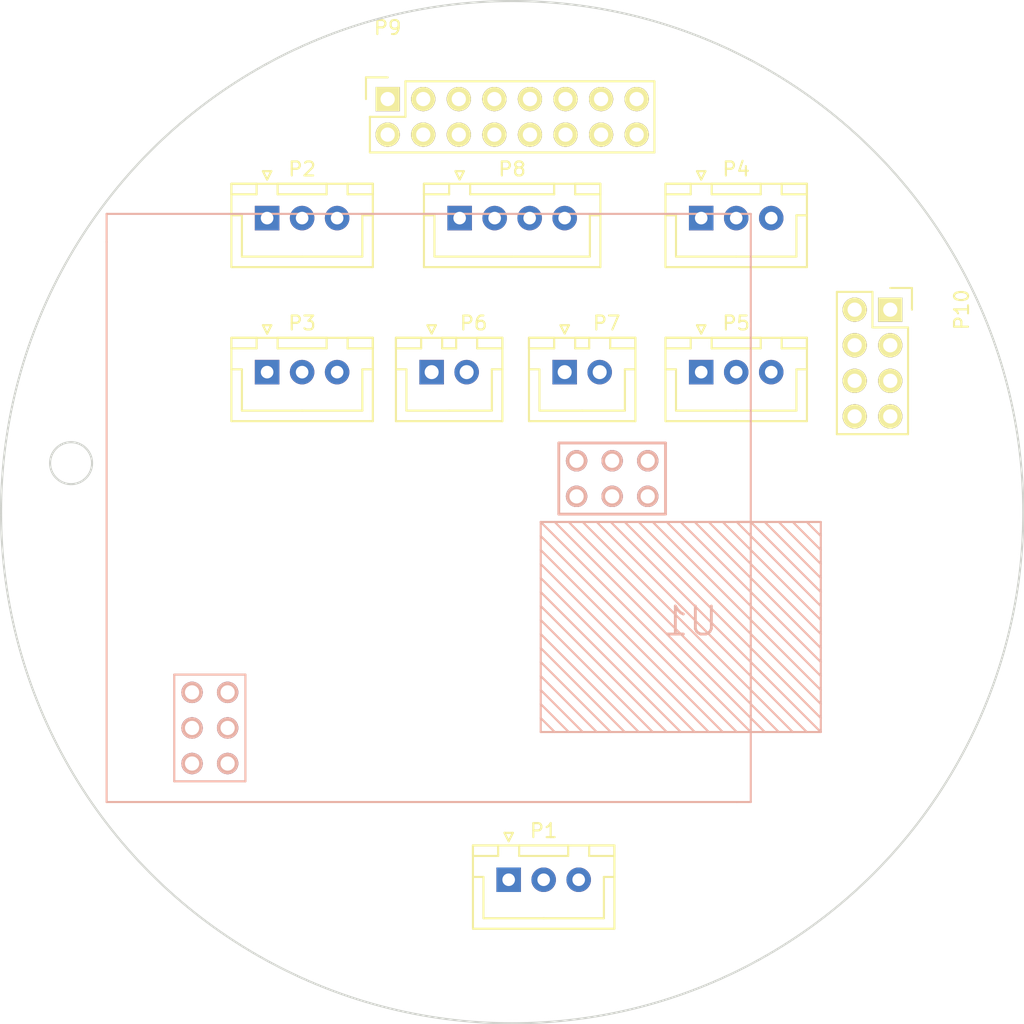
<source format=kicad_pcb>
(kicad_pcb (version 4) (host pcbnew 4.0.4-stable)

  (general
    (links 34)
    (no_connects 34)
    (area 63.424999 63.424999 136.575001 136.575001)
    (thickness 1.6)
    (drawings 2)
    (tracks 0)
    (zones 0)
    (modules 11)
    (nets 23)
  )

  (page A4)
  (layers
    (0 F.Cu signal)
    (31 B.Cu signal)
    (32 B.Adhes user)
    (33 F.Adhes user)
    (34 B.Paste user)
    (35 F.Paste user)
    (36 B.SilkS user)
    (37 F.SilkS user)
    (38 B.Mask user)
    (39 F.Mask user)
    (40 Dwgs.User user)
    (41 Cmts.User user)
    (42 Eco1.User user)
    (43 Eco2.User user)
    (44 Edge.Cuts user)
    (45 Margin user)
    (46 B.CrtYd user)
    (47 F.CrtYd user)
    (48 B.Fab user)
    (49 F.Fab user)
  )

  (setup
    (last_trace_width 0.25)
    (trace_clearance 0.2)
    (zone_clearance 0.508)
    (zone_45_only no)
    (trace_min 0.2)
    (segment_width 0.2)
    (edge_width 0.15)
    (via_size 0.6)
    (via_drill 0.4)
    (via_min_size 0.4)
    (via_min_drill 0.3)
    (uvia_size 0.3)
    (uvia_drill 0.1)
    (uvias_allowed no)
    (uvia_min_size 0.2)
    (uvia_min_drill 0.1)
    (pcb_text_width 0.3)
    (pcb_text_size 1.5 1.5)
    (mod_edge_width 0.15)
    (mod_text_size 1 1)
    (mod_text_width 0.15)
    (pad_size 1.7272 1.7272)
    (pad_drill 1.016)
    (pad_to_mask_clearance 0.2)
    (aux_axis_origin 0 0)
    (visible_elements FFFFF77F)
    (pcbplotparams
      (layerselection 0x00030_80000001)
      (usegerberextensions false)
      (excludeedgelayer true)
      (linewidth 0.100000)
      (plotframeref false)
      (viasonmask false)
      (mode 1)
      (useauxorigin false)
      (hpglpennumber 1)
      (hpglpenspeed 20)
      (hpglpendiameter 15)
      (hpglpenoverlay 2)
      (psnegative false)
      (psa4output false)
      (plotreference true)
      (plotvalue true)
      (plotinvisibletext false)
      (padsonsilk false)
      (subtractmaskfromsilk false)
      (outputformat 1)
      (mirror false)
      (drillshape 1)
      (scaleselection 1)
      (outputdirectory ""))
  )

  (net 0 "")
  (net 1 /V_BAT+)
  (net 2 GND)
  (net 3 /T_+)
  (net 4 /Motor_1A)
  (net 5 /Motor_1B)
  (net 6 /Motor_1C)
  (net 7 /Motor_2A)
  (net 8 /Motor_2B)
  (net 9 /Motor_2C)
  (net 10 /Motor_3A)
  (net 11 /Motor_3B)
  (net 12 /Motor_3C)
  (net 13 /Motor_4A)
  (net 14 /Motor_4B)
  (net 15 /Motor_4C)
  (net 16 /LED+)
  (net 17 "Net-(P6-Pad2)")
  (net 18 /LED-)
  (net 19 /SCL)
  (net 20 /SDA)
  (net 21 /3V3)
  (net 22 "Net-(U1-PadNC)")

  (net_class Default "This is the default net class."
    (clearance 0.2)
    (trace_width 0.25)
    (via_dia 0.6)
    (via_drill 0.4)
    (uvia_dia 0.3)
    (uvia_drill 0.1)
    (add_net /3V3)
    (add_net /LED+)
    (add_net /LED-)
    (add_net /Motor_1A)
    (add_net /Motor_1B)
    (add_net /Motor_1C)
    (add_net /Motor_2A)
    (add_net /Motor_2B)
    (add_net /Motor_2C)
    (add_net /Motor_3A)
    (add_net /Motor_3B)
    (add_net /Motor_3C)
    (add_net /Motor_4A)
    (add_net /Motor_4B)
    (add_net /Motor_4C)
    (add_net /SCL)
    (add_net /SDA)
    (add_net /T_+)
    (add_net /V_BAT+)
    (add_net GND)
    (add_net "Net-(P6-Pad2)")
    (add_net "Net-(U1-PadNC)")
  )

  (module Connectors_JST:JST_XH_B03B-XH-A_03x2.50mm_Straight (layer F.Cu) (tedit 56F0715A) (tstamp 581D88C8)
    (at 99.75 126.25)
    (descr "JST XH series connector, B03B-XH-A, top entry type, through hole")
    (tags "connector jst xh tht top vertical 2.50mm")
    (path /581D7992)
    (fp_text reference P1 (at 2.5 -3.5) (layer F.SilkS)
      (effects (font (size 1 1) (thickness 0.15)))
    )
    (fp_text value CONN_01X03 (at 2.5 4.5) (layer F.Fab)
      (effects (font (size 1 1) (thickness 0.15)))
    )
    (fp_line (start -2.95 -2.85) (end -2.95 3.9) (layer F.CrtYd) (width 0.05))
    (fp_line (start -2.95 3.9) (end 7.95 3.9) (layer F.CrtYd) (width 0.05))
    (fp_line (start 7.95 3.9) (end 7.95 -2.85) (layer F.CrtYd) (width 0.05))
    (fp_line (start 7.95 -2.85) (end -2.95 -2.85) (layer F.CrtYd) (width 0.05))
    (fp_line (start -2.55 -2.45) (end -2.55 3.5) (layer F.SilkS) (width 0.15))
    (fp_line (start -2.55 3.5) (end 7.55 3.5) (layer F.SilkS) (width 0.15))
    (fp_line (start 7.55 3.5) (end 7.55 -2.45) (layer F.SilkS) (width 0.15))
    (fp_line (start 7.55 -2.45) (end -2.55 -2.45) (layer F.SilkS) (width 0.15))
    (fp_line (start 0.75 -2.45) (end 0.75 -1.7) (layer F.SilkS) (width 0.15))
    (fp_line (start 0.75 -1.7) (end 4.25 -1.7) (layer F.SilkS) (width 0.15))
    (fp_line (start 4.25 -1.7) (end 4.25 -2.45) (layer F.SilkS) (width 0.15))
    (fp_line (start 4.25 -2.45) (end 0.75 -2.45) (layer F.SilkS) (width 0.15))
    (fp_line (start -2.55 -2.45) (end -2.55 -1.7) (layer F.SilkS) (width 0.15))
    (fp_line (start -2.55 -1.7) (end -0.75 -1.7) (layer F.SilkS) (width 0.15))
    (fp_line (start -0.75 -1.7) (end -0.75 -2.45) (layer F.SilkS) (width 0.15))
    (fp_line (start -0.75 -2.45) (end -2.55 -2.45) (layer F.SilkS) (width 0.15))
    (fp_line (start 5.75 -2.45) (end 5.75 -1.7) (layer F.SilkS) (width 0.15))
    (fp_line (start 5.75 -1.7) (end 7.55 -1.7) (layer F.SilkS) (width 0.15))
    (fp_line (start 7.55 -1.7) (end 7.55 -2.45) (layer F.SilkS) (width 0.15))
    (fp_line (start 7.55 -2.45) (end 5.75 -2.45) (layer F.SilkS) (width 0.15))
    (fp_line (start -2.55 -0.2) (end -1.8 -0.2) (layer F.SilkS) (width 0.15))
    (fp_line (start -1.8 -0.2) (end -1.8 2.75) (layer F.SilkS) (width 0.15))
    (fp_line (start -1.8 2.75) (end 2.5 2.75) (layer F.SilkS) (width 0.15))
    (fp_line (start 7.55 -0.2) (end 6.8 -0.2) (layer F.SilkS) (width 0.15))
    (fp_line (start 6.8 -0.2) (end 6.8 2.75) (layer F.SilkS) (width 0.15))
    (fp_line (start 6.8 2.75) (end 2.5 2.75) (layer F.SilkS) (width 0.15))
    (fp_line (start 0 -2.75) (end -0.3 -3.35) (layer F.SilkS) (width 0.15))
    (fp_line (start -0.3 -3.35) (end 0.3 -3.35) (layer F.SilkS) (width 0.15))
    (fp_line (start 0.3 -3.35) (end 0 -2.75) (layer F.SilkS) (width 0.15))
    (pad 1 thru_hole rect (at 0 0) (size 1.75 1.75) (drill 0.9) (layers *.Cu *.Mask)
      (net 1 /V_BAT+))
    (pad 2 thru_hole circle (at 2.5 0) (size 1.75 1.75) (drill 0.9) (layers *.Cu *.Mask)
      (net 2 GND))
    (pad 3 thru_hole circle (at 5 0) (size 1.75 1.75) (drill 0.9) (layers *.Cu *.Mask)
      (net 3 /T_+))
    (model Connectors_JST.3dshapes/JST_XH_B03B-XH-A_03x2.50mm_Straight.wrl
      (at (xyz 0 0 0))
      (scale (xyz 1 1 1))
      (rotate (xyz 0 0 0))
    )
  )

  (module Connectors_JST:JST_XH_B03B-XH-A_03x2.50mm_Straight (layer F.Cu) (tedit 56F0715A) (tstamp 581D88EC)
    (at 82.5 79)
    (descr "JST XH series connector, B03B-XH-A, top entry type, through hole")
    (tags "connector jst xh tht top vertical 2.50mm")
    (path /581D80D0)
    (fp_text reference P2 (at 2.5 -3.5) (layer F.SilkS)
      (effects (font (size 1 1) (thickness 0.15)))
    )
    (fp_text value CONN_01X03 (at 2.5 4.5) (layer F.Fab)
      (effects (font (size 1 1) (thickness 0.15)))
    )
    (fp_line (start -2.95 -2.85) (end -2.95 3.9) (layer F.CrtYd) (width 0.05))
    (fp_line (start -2.95 3.9) (end 7.95 3.9) (layer F.CrtYd) (width 0.05))
    (fp_line (start 7.95 3.9) (end 7.95 -2.85) (layer F.CrtYd) (width 0.05))
    (fp_line (start 7.95 -2.85) (end -2.95 -2.85) (layer F.CrtYd) (width 0.05))
    (fp_line (start -2.55 -2.45) (end -2.55 3.5) (layer F.SilkS) (width 0.15))
    (fp_line (start -2.55 3.5) (end 7.55 3.5) (layer F.SilkS) (width 0.15))
    (fp_line (start 7.55 3.5) (end 7.55 -2.45) (layer F.SilkS) (width 0.15))
    (fp_line (start 7.55 -2.45) (end -2.55 -2.45) (layer F.SilkS) (width 0.15))
    (fp_line (start 0.75 -2.45) (end 0.75 -1.7) (layer F.SilkS) (width 0.15))
    (fp_line (start 0.75 -1.7) (end 4.25 -1.7) (layer F.SilkS) (width 0.15))
    (fp_line (start 4.25 -1.7) (end 4.25 -2.45) (layer F.SilkS) (width 0.15))
    (fp_line (start 4.25 -2.45) (end 0.75 -2.45) (layer F.SilkS) (width 0.15))
    (fp_line (start -2.55 -2.45) (end -2.55 -1.7) (layer F.SilkS) (width 0.15))
    (fp_line (start -2.55 -1.7) (end -0.75 -1.7) (layer F.SilkS) (width 0.15))
    (fp_line (start -0.75 -1.7) (end -0.75 -2.45) (layer F.SilkS) (width 0.15))
    (fp_line (start -0.75 -2.45) (end -2.55 -2.45) (layer F.SilkS) (width 0.15))
    (fp_line (start 5.75 -2.45) (end 5.75 -1.7) (layer F.SilkS) (width 0.15))
    (fp_line (start 5.75 -1.7) (end 7.55 -1.7) (layer F.SilkS) (width 0.15))
    (fp_line (start 7.55 -1.7) (end 7.55 -2.45) (layer F.SilkS) (width 0.15))
    (fp_line (start 7.55 -2.45) (end 5.75 -2.45) (layer F.SilkS) (width 0.15))
    (fp_line (start -2.55 -0.2) (end -1.8 -0.2) (layer F.SilkS) (width 0.15))
    (fp_line (start -1.8 -0.2) (end -1.8 2.75) (layer F.SilkS) (width 0.15))
    (fp_line (start -1.8 2.75) (end 2.5 2.75) (layer F.SilkS) (width 0.15))
    (fp_line (start 7.55 -0.2) (end 6.8 -0.2) (layer F.SilkS) (width 0.15))
    (fp_line (start 6.8 -0.2) (end 6.8 2.75) (layer F.SilkS) (width 0.15))
    (fp_line (start 6.8 2.75) (end 2.5 2.75) (layer F.SilkS) (width 0.15))
    (fp_line (start 0 -2.75) (end -0.3 -3.35) (layer F.SilkS) (width 0.15))
    (fp_line (start -0.3 -3.35) (end 0.3 -3.35) (layer F.SilkS) (width 0.15))
    (fp_line (start 0.3 -3.35) (end 0 -2.75) (layer F.SilkS) (width 0.15))
    (pad 1 thru_hole rect (at 0 0) (size 1.75 1.75) (drill 0.9) (layers *.Cu *.Mask)
      (net 4 /Motor_1A))
    (pad 2 thru_hole circle (at 2.5 0) (size 1.75 1.75) (drill 0.9) (layers *.Cu *.Mask)
      (net 5 /Motor_1B))
    (pad 3 thru_hole circle (at 5 0) (size 1.75 1.75) (drill 0.9) (layers *.Cu *.Mask)
      (net 6 /Motor_1C))
    (model Connectors_JST.3dshapes/JST_XH_B03B-XH-A_03x2.50mm_Straight.wrl
      (at (xyz 0 0 0))
      (scale (xyz 1 1 1))
      (rotate (xyz 0 0 0))
    )
  )

  (module Connectors_JST:JST_XH_B03B-XH-A_03x2.50mm_Straight (layer F.Cu) (tedit 56F0715A) (tstamp 581D8910)
    (at 82.5 90)
    (descr "JST XH series connector, B03B-XH-A, top entry type, through hole")
    (tags "connector jst xh tht top vertical 2.50mm")
    (path /581DF7FE)
    (fp_text reference P3 (at 2.5 -3.5) (layer F.SilkS)
      (effects (font (size 1 1) (thickness 0.15)))
    )
    (fp_text value CONN_01X03 (at 2.5 4.5) (layer F.Fab)
      (effects (font (size 1 1) (thickness 0.15)))
    )
    (fp_line (start -2.95 -2.85) (end -2.95 3.9) (layer F.CrtYd) (width 0.05))
    (fp_line (start -2.95 3.9) (end 7.95 3.9) (layer F.CrtYd) (width 0.05))
    (fp_line (start 7.95 3.9) (end 7.95 -2.85) (layer F.CrtYd) (width 0.05))
    (fp_line (start 7.95 -2.85) (end -2.95 -2.85) (layer F.CrtYd) (width 0.05))
    (fp_line (start -2.55 -2.45) (end -2.55 3.5) (layer F.SilkS) (width 0.15))
    (fp_line (start -2.55 3.5) (end 7.55 3.5) (layer F.SilkS) (width 0.15))
    (fp_line (start 7.55 3.5) (end 7.55 -2.45) (layer F.SilkS) (width 0.15))
    (fp_line (start 7.55 -2.45) (end -2.55 -2.45) (layer F.SilkS) (width 0.15))
    (fp_line (start 0.75 -2.45) (end 0.75 -1.7) (layer F.SilkS) (width 0.15))
    (fp_line (start 0.75 -1.7) (end 4.25 -1.7) (layer F.SilkS) (width 0.15))
    (fp_line (start 4.25 -1.7) (end 4.25 -2.45) (layer F.SilkS) (width 0.15))
    (fp_line (start 4.25 -2.45) (end 0.75 -2.45) (layer F.SilkS) (width 0.15))
    (fp_line (start -2.55 -2.45) (end -2.55 -1.7) (layer F.SilkS) (width 0.15))
    (fp_line (start -2.55 -1.7) (end -0.75 -1.7) (layer F.SilkS) (width 0.15))
    (fp_line (start -0.75 -1.7) (end -0.75 -2.45) (layer F.SilkS) (width 0.15))
    (fp_line (start -0.75 -2.45) (end -2.55 -2.45) (layer F.SilkS) (width 0.15))
    (fp_line (start 5.75 -2.45) (end 5.75 -1.7) (layer F.SilkS) (width 0.15))
    (fp_line (start 5.75 -1.7) (end 7.55 -1.7) (layer F.SilkS) (width 0.15))
    (fp_line (start 7.55 -1.7) (end 7.55 -2.45) (layer F.SilkS) (width 0.15))
    (fp_line (start 7.55 -2.45) (end 5.75 -2.45) (layer F.SilkS) (width 0.15))
    (fp_line (start -2.55 -0.2) (end -1.8 -0.2) (layer F.SilkS) (width 0.15))
    (fp_line (start -1.8 -0.2) (end -1.8 2.75) (layer F.SilkS) (width 0.15))
    (fp_line (start -1.8 2.75) (end 2.5 2.75) (layer F.SilkS) (width 0.15))
    (fp_line (start 7.55 -0.2) (end 6.8 -0.2) (layer F.SilkS) (width 0.15))
    (fp_line (start 6.8 -0.2) (end 6.8 2.75) (layer F.SilkS) (width 0.15))
    (fp_line (start 6.8 2.75) (end 2.5 2.75) (layer F.SilkS) (width 0.15))
    (fp_line (start 0 -2.75) (end -0.3 -3.35) (layer F.SilkS) (width 0.15))
    (fp_line (start -0.3 -3.35) (end 0.3 -3.35) (layer F.SilkS) (width 0.15))
    (fp_line (start 0.3 -3.35) (end 0 -2.75) (layer F.SilkS) (width 0.15))
    (pad 1 thru_hole rect (at 0 0) (size 1.75 1.75) (drill 0.9) (layers *.Cu *.Mask)
      (net 7 /Motor_2A))
    (pad 2 thru_hole circle (at 2.5 0) (size 1.75 1.75) (drill 0.9) (layers *.Cu *.Mask)
      (net 8 /Motor_2B))
    (pad 3 thru_hole circle (at 5 0) (size 1.75 1.75) (drill 0.9) (layers *.Cu *.Mask)
      (net 9 /Motor_2C))
    (model Connectors_JST.3dshapes/JST_XH_B03B-XH-A_03x2.50mm_Straight.wrl
      (at (xyz 0 0 0))
      (scale (xyz 1 1 1))
      (rotate (xyz 0 0 0))
    )
  )

  (module Connectors_JST:JST_XH_B03B-XH-A_03x2.50mm_Straight (layer F.Cu) (tedit 56F0715A) (tstamp 581D8934)
    (at 113.5 79)
    (descr "JST XH series connector, B03B-XH-A, top entry type, through hole")
    (tags "connector jst xh tht top vertical 2.50mm")
    (path /581DF84E)
    (fp_text reference P4 (at 2.5 -3.5) (layer F.SilkS)
      (effects (font (size 1 1) (thickness 0.15)))
    )
    (fp_text value CONN_01X03 (at 2.5 4.5) (layer F.Fab)
      (effects (font (size 1 1) (thickness 0.15)))
    )
    (fp_line (start -2.95 -2.85) (end -2.95 3.9) (layer F.CrtYd) (width 0.05))
    (fp_line (start -2.95 3.9) (end 7.95 3.9) (layer F.CrtYd) (width 0.05))
    (fp_line (start 7.95 3.9) (end 7.95 -2.85) (layer F.CrtYd) (width 0.05))
    (fp_line (start 7.95 -2.85) (end -2.95 -2.85) (layer F.CrtYd) (width 0.05))
    (fp_line (start -2.55 -2.45) (end -2.55 3.5) (layer F.SilkS) (width 0.15))
    (fp_line (start -2.55 3.5) (end 7.55 3.5) (layer F.SilkS) (width 0.15))
    (fp_line (start 7.55 3.5) (end 7.55 -2.45) (layer F.SilkS) (width 0.15))
    (fp_line (start 7.55 -2.45) (end -2.55 -2.45) (layer F.SilkS) (width 0.15))
    (fp_line (start 0.75 -2.45) (end 0.75 -1.7) (layer F.SilkS) (width 0.15))
    (fp_line (start 0.75 -1.7) (end 4.25 -1.7) (layer F.SilkS) (width 0.15))
    (fp_line (start 4.25 -1.7) (end 4.25 -2.45) (layer F.SilkS) (width 0.15))
    (fp_line (start 4.25 -2.45) (end 0.75 -2.45) (layer F.SilkS) (width 0.15))
    (fp_line (start -2.55 -2.45) (end -2.55 -1.7) (layer F.SilkS) (width 0.15))
    (fp_line (start -2.55 -1.7) (end -0.75 -1.7) (layer F.SilkS) (width 0.15))
    (fp_line (start -0.75 -1.7) (end -0.75 -2.45) (layer F.SilkS) (width 0.15))
    (fp_line (start -0.75 -2.45) (end -2.55 -2.45) (layer F.SilkS) (width 0.15))
    (fp_line (start 5.75 -2.45) (end 5.75 -1.7) (layer F.SilkS) (width 0.15))
    (fp_line (start 5.75 -1.7) (end 7.55 -1.7) (layer F.SilkS) (width 0.15))
    (fp_line (start 7.55 -1.7) (end 7.55 -2.45) (layer F.SilkS) (width 0.15))
    (fp_line (start 7.55 -2.45) (end 5.75 -2.45) (layer F.SilkS) (width 0.15))
    (fp_line (start -2.55 -0.2) (end -1.8 -0.2) (layer F.SilkS) (width 0.15))
    (fp_line (start -1.8 -0.2) (end -1.8 2.75) (layer F.SilkS) (width 0.15))
    (fp_line (start -1.8 2.75) (end 2.5 2.75) (layer F.SilkS) (width 0.15))
    (fp_line (start 7.55 -0.2) (end 6.8 -0.2) (layer F.SilkS) (width 0.15))
    (fp_line (start 6.8 -0.2) (end 6.8 2.75) (layer F.SilkS) (width 0.15))
    (fp_line (start 6.8 2.75) (end 2.5 2.75) (layer F.SilkS) (width 0.15))
    (fp_line (start 0 -2.75) (end -0.3 -3.35) (layer F.SilkS) (width 0.15))
    (fp_line (start -0.3 -3.35) (end 0.3 -3.35) (layer F.SilkS) (width 0.15))
    (fp_line (start 0.3 -3.35) (end 0 -2.75) (layer F.SilkS) (width 0.15))
    (pad 1 thru_hole rect (at 0 0) (size 1.75 1.75) (drill 0.9) (layers *.Cu *.Mask)
      (net 10 /Motor_3A))
    (pad 2 thru_hole circle (at 2.5 0) (size 1.75 1.75) (drill 0.9) (layers *.Cu *.Mask)
      (net 11 /Motor_3B))
    (pad 3 thru_hole circle (at 5 0) (size 1.75 1.75) (drill 0.9) (layers *.Cu *.Mask)
      (net 12 /Motor_3C))
    (model Connectors_JST.3dshapes/JST_XH_B03B-XH-A_03x2.50mm_Straight.wrl
      (at (xyz 0 0 0))
      (scale (xyz 1 1 1))
      (rotate (xyz 0 0 0))
    )
  )

  (module Connectors_JST:JST_XH_B03B-XH-A_03x2.50mm_Straight (layer F.Cu) (tedit 56F0715A) (tstamp 581D8958)
    (at 113.5 90)
    (descr "JST XH series connector, B03B-XH-A, top entry type, through hole")
    (tags "connector jst xh tht top vertical 2.50mm")
    (path /581DF8A7)
    (fp_text reference P5 (at 2.5 -3.5) (layer F.SilkS)
      (effects (font (size 1 1) (thickness 0.15)))
    )
    (fp_text value CONN_01X03 (at 2.5 4.5) (layer F.Fab)
      (effects (font (size 1 1) (thickness 0.15)))
    )
    (fp_line (start -2.95 -2.85) (end -2.95 3.9) (layer F.CrtYd) (width 0.05))
    (fp_line (start -2.95 3.9) (end 7.95 3.9) (layer F.CrtYd) (width 0.05))
    (fp_line (start 7.95 3.9) (end 7.95 -2.85) (layer F.CrtYd) (width 0.05))
    (fp_line (start 7.95 -2.85) (end -2.95 -2.85) (layer F.CrtYd) (width 0.05))
    (fp_line (start -2.55 -2.45) (end -2.55 3.5) (layer F.SilkS) (width 0.15))
    (fp_line (start -2.55 3.5) (end 7.55 3.5) (layer F.SilkS) (width 0.15))
    (fp_line (start 7.55 3.5) (end 7.55 -2.45) (layer F.SilkS) (width 0.15))
    (fp_line (start 7.55 -2.45) (end -2.55 -2.45) (layer F.SilkS) (width 0.15))
    (fp_line (start 0.75 -2.45) (end 0.75 -1.7) (layer F.SilkS) (width 0.15))
    (fp_line (start 0.75 -1.7) (end 4.25 -1.7) (layer F.SilkS) (width 0.15))
    (fp_line (start 4.25 -1.7) (end 4.25 -2.45) (layer F.SilkS) (width 0.15))
    (fp_line (start 4.25 -2.45) (end 0.75 -2.45) (layer F.SilkS) (width 0.15))
    (fp_line (start -2.55 -2.45) (end -2.55 -1.7) (layer F.SilkS) (width 0.15))
    (fp_line (start -2.55 -1.7) (end -0.75 -1.7) (layer F.SilkS) (width 0.15))
    (fp_line (start -0.75 -1.7) (end -0.75 -2.45) (layer F.SilkS) (width 0.15))
    (fp_line (start -0.75 -2.45) (end -2.55 -2.45) (layer F.SilkS) (width 0.15))
    (fp_line (start 5.75 -2.45) (end 5.75 -1.7) (layer F.SilkS) (width 0.15))
    (fp_line (start 5.75 -1.7) (end 7.55 -1.7) (layer F.SilkS) (width 0.15))
    (fp_line (start 7.55 -1.7) (end 7.55 -2.45) (layer F.SilkS) (width 0.15))
    (fp_line (start 7.55 -2.45) (end 5.75 -2.45) (layer F.SilkS) (width 0.15))
    (fp_line (start -2.55 -0.2) (end -1.8 -0.2) (layer F.SilkS) (width 0.15))
    (fp_line (start -1.8 -0.2) (end -1.8 2.75) (layer F.SilkS) (width 0.15))
    (fp_line (start -1.8 2.75) (end 2.5 2.75) (layer F.SilkS) (width 0.15))
    (fp_line (start 7.55 -0.2) (end 6.8 -0.2) (layer F.SilkS) (width 0.15))
    (fp_line (start 6.8 -0.2) (end 6.8 2.75) (layer F.SilkS) (width 0.15))
    (fp_line (start 6.8 2.75) (end 2.5 2.75) (layer F.SilkS) (width 0.15))
    (fp_line (start 0 -2.75) (end -0.3 -3.35) (layer F.SilkS) (width 0.15))
    (fp_line (start -0.3 -3.35) (end 0.3 -3.35) (layer F.SilkS) (width 0.15))
    (fp_line (start 0.3 -3.35) (end 0 -2.75) (layer F.SilkS) (width 0.15))
    (pad 1 thru_hole rect (at 0 0) (size 1.75 1.75) (drill 0.9) (layers *.Cu *.Mask)
      (net 13 /Motor_4A))
    (pad 2 thru_hole circle (at 2.5 0) (size 1.75 1.75) (drill 0.9) (layers *.Cu *.Mask)
      (net 14 /Motor_4B))
    (pad 3 thru_hole circle (at 5 0) (size 1.75 1.75) (drill 0.9) (layers *.Cu *.Mask)
      (net 15 /Motor_4C))
    (model Connectors_JST.3dshapes/JST_XH_B03B-XH-A_03x2.50mm_Straight.wrl
      (at (xyz 0 0 0))
      (scale (xyz 1 1 1))
      (rotate (xyz 0 0 0))
    )
  )

  (module Connectors_JST:JST_XH_B02B-XH-A_02x2.50mm_Straight (layer F.Cu) (tedit 56F0715A) (tstamp 581D897B)
    (at 94.25 90)
    (descr "JST XH series connector, B02B-XH-A, top entry type, through hole")
    (tags "connector jst xh tht top vertical 2.50mm")
    (path /581D8C43)
    (fp_text reference P6 (at 3 -3.5) (layer F.SilkS)
      (effects (font (size 1 1) (thickness 0.15)))
    )
    (fp_text value CONN_01X02 (at 1.25 4.5) (layer F.Fab)
      (effects (font (size 1 1) (thickness 0.15)))
    )
    (fp_line (start -2.95 -2.85) (end -2.95 3.9) (layer F.CrtYd) (width 0.05))
    (fp_line (start -2.95 3.9) (end 5.45 3.9) (layer F.CrtYd) (width 0.05))
    (fp_line (start 5.45 3.9) (end 5.45 -2.85) (layer F.CrtYd) (width 0.05))
    (fp_line (start 5.45 -2.85) (end -2.95 -2.85) (layer F.CrtYd) (width 0.05))
    (fp_line (start -2.55 -2.45) (end -2.55 3.5) (layer F.SilkS) (width 0.15))
    (fp_line (start -2.55 3.5) (end 5.05 3.5) (layer F.SilkS) (width 0.15))
    (fp_line (start 5.05 3.5) (end 5.05 -2.45) (layer F.SilkS) (width 0.15))
    (fp_line (start 5.05 -2.45) (end -2.55 -2.45) (layer F.SilkS) (width 0.15))
    (fp_line (start 0.75 -2.45) (end 0.75 -1.7) (layer F.SilkS) (width 0.15))
    (fp_line (start 0.75 -1.7) (end 1.75 -1.7) (layer F.SilkS) (width 0.15))
    (fp_line (start 1.75 -1.7) (end 1.75 -2.45) (layer F.SilkS) (width 0.15))
    (fp_line (start 1.75 -2.45) (end 0.75 -2.45) (layer F.SilkS) (width 0.15))
    (fp_line (start -2.55 -2.45) (end -2.55 -1.7) (layer F.SilkS) (width 0.15))
    (fp_line (start -2.55 -1.7) (end -0.75 -1.7) (layer F.SilkS) (width 0.15))
    (fp_line (start -0.75 -1.7) (end -0.75 -2.45) (layer F.SilkS) (width 0.15))
    (fp_line (start -0.75 -2.45) (end -2.55 -2.45) (layer F.SilkS) (width 0.15))
    (fp_line (start 3.25 -2.45) (end 3.25 -1.7) (layer F.SilkS) (width 0.15))
    (fp_line (start 3.25 -1.7) (end 5.05 -1.7) (layer F.SilkS) (width 0.15))
    (fp_line (start 5.05 -1.7) (end 5.05 -2.45) (layer F.SilkS) (width 0.15))
    (fp_line (start 5.05 -2.45) (end 3.25 -2.45) (layer F.SilkS) (width 0.15))
    (fp_line (start -2.55 -0.2) (end -1.8 -0.2) (layer F.SilkS) (width 0.15))
    (fp_line (start -1.8 -0.2) (end -1.8 2.75) (layer F.SilkS) (width 0.15))
    (fp_line (start -1.8 2.75) (end 1.25 2.75) (layer F.SilkS) (width 0.15))
    (fp_line (start 5.05 -0.2) (end 4.3 -0.2) (layer F.SilkS) (width 0.15))
    (fp_line (start 4.3 -0.2) (end 4.3 2.75) (layer F.SilkS) (width 0.15))
    (fp_line (start 4.3 2.75) (end 1.25 2.75) (layer F.SilkS) (width 0.15))
    (fp_line (start 0 -2.75) (end -0.3 -3.35) (layer F.SilkS) (width 0.15))
    (fp_line (start -0.3 -3.35) (end 0.3 -3.35) (layer F.SilkS) (width 0.15))
    (fp_line (start 0.3 -3.35) (end 0 -2.75) (layer F.SilkS) (width 0.15))
    (pad 1 thru_hole rect (at 0 0) (size 1.75 1.75) (drill 1) (layers *.Cu *.Mask)
      (net 16 /LED+))
    (pad 2 thru_hole circle (at 2.5 0) (size 1.75 1.75) (drill 1) (layers *.Cu *.Mask)
      (net 17 "Net-(P6-Pad2)"))
    (model Connectors_JST.3dshapes/JST_XH_B02B-XH-A_02x2.50mm_Straight.wrl
      (at (xyz 0 0 0))
      (scale (xyz 1 1 1))
      (rotate (xyz 0 0 0))
    )
  )

  (module Connectors_JST:JST_XH_B02B-XH-A_02x2.50mm_Straight (layer F.Cu) (tedit 56F0715A) (tstamp 581D899E)
    (at 103.75 90)
    (descr "JST XH series connector, B02B-XH-A, top entry type, through hole")
    (tags "connector jst xh tht top vertical 2.50mm")
    (path /581E0276)
    (fp_text reference P7 (at 3 -3.5) (layer F.SilkS)
      (effects (font (size 1 1) (thickness 0.15)))
    )
    (fp_text value CONN_01X02 (at 1.25 4.5) (layer F.Fab)
      (effects (font (size 1 1) (thickness 0.15)))
    )
    (fp_line (start -2.95 -2.85) (end -2.95 3.9) (layer F.CrtYd) (width 0.05))
    (fp_line (start -2.95 3.9) (end 5.45 3.9) (layer F.CrtYd) (width 0.05))
    (fp_line (start 5.45 3.9) (end 5.45 -2.85) (layer F.CrtYd) (width 0.05))
    (fp_line (start 5.45 -2.85) (end -2.95 -2.85) (layer F.CrtYd) (width 0.05))
    (fp_line (start -2.55 -2.45) (end -2.55 3.5) (layer F.SilkS) (width 0.15))
    (fp_line (start -2.55 3.5) (end 5.05 3.5) (layer F.SilkS) (width 0.15))
    (fp_line (start 5.05 3.5) (end 5.05 -2.45) (layer F.SilkS) (width 0.15))
    (fp_line (start 5.05 -2.45) (end -2.55 -2.45) (layer F.SilkS) (width 0.15))
    (fp_line (start 0.75 -2.45) (end 0.75 -1.7) (layer F.SilkS) (width 0.15))
    (fp_line (start 0.75 -1.7) (end 1.75 -1.7) (layer F.SilkS) (width 0.15))
    (fp_line (start 1.75 -1.7) (end 1.75 -2.45) (layer F.SilkS) (width 0.15))
    (fp_line (start 1.75 -2.45) (end 0.75 -2.45) (layer F.SilkS) (width 0.15))
    (fp_line (start -2.55 -2.45) (end -2.55 -1.7) (layer F.SilkS) (width 0.15))
    (fp_line (start -2.55 -1.7) (end -0.75 -1.7) (layer F.SilkS) (width 0.15))
    (fp_line (start -0.75 -1.7) (end -0.75 -2.45) (layer F.SilkS) (width 0.15))
    (fp_line (start -0.75 -2.45) (end -2.55 -2.45) (layer F.SilkS) (width 0.15))
    (fp_line (start 3.25 -2.45) (end 3.25 -1.7) (layer F.SilkS) (width 0.15))
    (fp_line (start 3.25 -1.7) (end 5.05 -1.7) (layer F.SilkS) (width 0.15))
    (fp_line (start 5.05 -1.7) (end 5.05 -2.45) (layer F.SilkS) (width 0.15))
    (fp_line (start 5.05 -2.45) (end 3.25 -2.45) (layer F.SilkS) (width 0.15))
    (fp_line (start -2.55 -0.2) (end -1.8 -0.2) (layer F.SilkS) (width 0.15))
    (fp_line (start -1.8 -0.2) (end -1.8 2.75) (layer F.SilkS) (width 0.15))
    (fp_line (start -1.8 2.75) (end 1.25 2.75) (layer F.SilkS) (width 0.15))
    (fp_line (start 5.05 -0.2) (end 4.3 -0.2) (layer F.SilkS) (width 0.15))
    (fp_line (start 4.3 -0.2) (end 4.3 2.75) (layer F.SilkS) (width 0.15))
    (fp_line (start 4.3 2.75) (end 1.25 2.75) (layer F.SilkS) (width 0.15))
    (fp_line (start 0 -2.75) (end -0.3 -3.35) (layer F.SilkS) (width 0.15))
    (fp_line (start -0.3 -3.35) (end 0.3 -3.35) (layer F.SilkS) (width 0.15))
    (fp_line (start 0.3 -3.35) (end 0 -2.75) (layer F.SilkS) (width 0.15))
    (pad 1 thru_hole rect (at 0 0) (size 1.75 1.75) (drill 1) (layers *.Cu *.Mask)
      (net 17 "Net-(P6-Pad2)"))
    (pad 2 thru_hole circle (at 2.5 0) (size 1.75 1.75) (drill 1) (layers *.Cu *.Mask)
      (net 18 /LED-))
    (model Connectors_JST.3dshapes/JST_XH_B02B-XH-A_02x2.50mm_Straight.wrl
      (at (xyz 0 0 0))
      (scale (xyz 1 1 1))
      (rotate (xyz 0 0 0))
    )
  )

  (module Connectors_JST:JST_XH_B04B-XH-A_04x2.50mm_Straight (layer F.Cu) (tedit 56F0715A) (tstamp 581D89C3)
    (at 96.25 79)
    (descr "JST XH series connector, B04B-XH-A, top entry type, through hole")
    (tags "connector jst xh tht top vertical 2.50mm")
    (path /581D94DA)
    (fp_text reference P8 (at 3.75 -3.5) (layer F.SilkS)
      (effects (font (size 1 1) (thickness 0.15)))
    )
    (fp_text value CONN_01X04 (at 3.75 4.5) (layer F.Fab)
      (effects (font (size 1 1) (thickness 0.15)))
    )
    (fp_line (start -2.95 -2.85) (end -2.95 3.9) (layer F.CrtYd) (width 0.05))
    (fp_line (start -2.95 3.9) (end 10.4 3.9) (layer F.CrtYd) (width 0.05))
    (fp_line (start 10.4 3.9) (end 10.4 -2.85) (layer F.CrtYd) (width 0.05))
    (fp_line (start 10.4 -2.85) (end -2.95 -2.85) (layer F.CrtYd) (width 0.05))
    (fp_line (start -2.55 -2.45) (end -2.55 3.5) (layer F.SilkS) (width 0.15))
    (fp_line (start -2.55 3.5) (end 10.05 3.5) (layer F.SilkS) (width 0.15))
    (fp_line (start 10.05 3.5) (end 10.05 -2.45) (layer F.SilkS) (width 0.15))
    (fp_line (start 10.05 -2.45) (end -2.55 -2.45) (layer F.SilkS) (width 0.15))
    (fp_line (start 0.75 -2.45) (end 0.75 -1.7) (layer F.SilkS) (width 0.15))
    (fp_line (start 0.75 -1.7) (end 6.75 -1.7) (layer F.SilkS) (width 0.15))
    (fp_line (start 6.75 -1.7) (end 6.75 -2.45) (layer F.SilkS) (width 0.15))
    (fp_line (start 6.75 -2.45) (end 0.75 -2.45) (layer F.SilkS) (width 0.15))
    (fp_line (start -2.55 -2.45) (end -2.55 -1.7) (layer F.SilkS) (width 0.15))
    (fp_line (start -2.55 -1.7) (end -0.75 -1.7) (layer F.SilkS) (width 0.15))
    (fp_line (start -0.75 -1.7) (end -0.75 -2.45) (layer F.SilkS) (width 0.15))
    (fp_line (start -0.75 -2.45) (end -2.55 -2.45) (layer F.SilkS) (width 0.15))
    (fp_line (start 8.25 -2.45) (end 8.25 -1.7) (layer F.SilkS) (width 0.15))
    (fp_line (start 8.25 -1.7) (end 10.05 -1.7) (layer F.SilkS) (width 0.15))
    (fp_line (start 10.05 -1.7) (end 10.05 -2.45) (layer F.SilkS) (width 0.15))
    (fp_line (start 10.05 -2.45) (end 8.25 -2.45) (layer F.SilkS) (width 0.15))
    (fp_line (start -2.55 -0.2) (end -1.8 -0.2) (layer F.SilkS) (width 0.15))
    (fp_line (start -1.8 -0.2) (end -1.8 2.75) (layer F.SilkS) (width 0.15))
    (fp_line (start -1.8 2.75) (end 3.75 2.75) (layer F.SilkS) (width 0.15))
    (fp_line (start 10.05 -0.2) (end 9.3 -0.2) (layer F.SilkS) (width 0.15))
    (fp_line (start 9.3 -0.2) (end 9.3 2.75) (layer F.SilkS) (width 0.15))
    (fp_line (start 9.3 2.75) (end 3.75 2.75) (layer F.SilkS) (width 0.15))
    (fp_line (start 0 -2.75) (end -0.3 -3.35) (layer F.SilkS) (width 0.15))
    (fp_line (start -0.3 -3.35) (end 0.3 -3.35) (layer F.SilkS) (width 0.15))
    (fp_line (start 0.3 -3.35) (end 0 -2.75) (layer F.SilkS) (width 0.15))
    (pad 1 thru_hole rect (at 0 0) (size 1.75 1.75) (drill 0.9) (layers *.Cu *.Mask)
      (net 2 GND))
    (pad 2 thru_hole circle (at 2.5 0) (size 1.75 1.75) (drill 0.9) (layers *.Cu *.Mask)
      (net 19 /SCL))
    (pad 3 thru_hole circle (at 5 0) (size 1.75 1.75) (drill 0.9) (layers *.Cu *.Mask)
      (net 20 /SDA))
    (pad 4 thru_hole circle (at 7.5 0) (size 1.75 1.75) (drill 0.9) (layers *.Cu *.Mask)
      (net 21 /3V3))
    (model Connectors_JST.3dshapes/JST_XH_B04B-XH-A_04x2.50mm_Straight.wrl
      (at (xyz 0 0 0))
      (scale (xyz 1 1 1))
      (rotate (xyz 0 0 0))
    )
  )

  (module Socket_Strips:Socket_Strip_Straight_2x08 (layer F.Cu) (tedit 581D8B0F) (tstamp 581D89E3)
    (at 91.11 70.5)
    (descr "Through hole socket strip")
    (tags "socket strip")
    (path /581D9B11)
    (fp_text reference P9 (at 0 -5.1) (layer F.SilkS)
      (effects (font (size 1 1) (thickness 0.15)))
    )
    (fp_text value CONN_02X08 (at 0 -3.1) (layer F.Fab)
      (effects (font (size 1 1) (thickness 0.15)))
    )
    (fp_line (start -1.75 -1.75) (end -1.75 4.3) (layer F.CrtYd) (width 0.05))
    (fp_line (start 19.55 -1.75) (end 19.55 4.3) (layer F.CrtYd) (width 0.05))
    (fp_line (start -1.75 -1.75) (end 19.55 -1.75) (layer F.CrtYd) (width 0.05))
    (fp_line (start -1.75 4.3) (end 19.55 4.3) (layer F.CrtYd) (width 0.05))
    (fp_line (start 19.05 3.81) (end -1.27 3.81) (layer F.SilkS) (width 0.15))
    (fp_line (start 1.27 -1.27) (end 19.05 -1.27) (layer F.SilkS) (width 0.15))
    (fp_line (start 19.05 3.81) (end 19.05 -1.27) (layer F.SilkS) (width 0.15))
    (fp_line (start -1.27 3.81) (end -1.27 1.27) (layer F.SilkS) (width 0.15))
    (fp_line (start 0 -1.55) (end -1.55 -1.55) (layer F.SilkS) (width 0.15))
    (fp_line (start -1.27 1.27) (end 1.27 1.27) (layer F.SilkS) (width 0.15))
    (fp_line (start 1.27 1.27) (end 1.27 -1.27) (layer F.SilkS) (width 0.15))
    (fp_line (start -1.55 -1.55) (end -1.55 0) (layer F.SilkS) (width 0.15))
    (pad 1 thru_hole rect (at 0 0) (size 1.7272 1.7272) (drill 1.016) (layers *.Cu *.Mask F.SilkS)
      (net 10 /Motor_3A))
    (pad 2 thru_hole oval (at 0 2.54) (size 1.7272 1.7272) (drill 1.016) (layers *.Cu *.Mask F.SilkS)
      (net 4 /Motor_1A))
    (pad 3 thru_hole oval (at 2.54 0) (size 1.7272 1.7272) (drill 1.016) (layers *.Cu *.Mask F.SilkS)
      (net 11 /Motor_3B))
    (pad 4 thru_hole oval (at 2.54 2.54) (size 1.7272 1.7272) (drill 1.016) (layers *.Cu *.Mask F.SilkS)
      (net 5 /Motor_1B))
    (pad 5 thru_hole oval (at 5.08 0) (size 1.7272 1.7272) (drill 1.016) (layers *.Cu *.Mask F.SilkS)
      (net 12 /Motor_3C))
    (pad 6 thru_hole oval (at 5.08 2.54) (size 1.7272 1.7272) (drill 1.016) (layers *.Cu *.Mask F.SilkS)
      (net 6 /Motor_1C))
    (pad 7 thru_hole oval (at 7.62 0) (size 1.7272 1.7272) (drill 1.016) (layers *.Cu *.Mask F.SilkS)
      (net 16 /LED+))
    (pad 8 thru_hole oval (at 7.62 2.54) (size 1.7272 1.7272) (drill 1.016) (layers *.Cu *.Mask F.SilkS)
      (net 19 /SCL))
    (pad 9 thru_hole oval (at 10.16 0) (size 1.7272 1.7272) (drill 1.016) (layers *.Cu *.Mask F.SilkS)
      (net 18 /LED-))
    (pad 10 thru_hole oval (at 10.16 2.54) (size 1.7272 1.7272) (drill 1.016) (layers *.Cu *.Mask F.SilkS)
      (net 20 /SDA))
    (pad 11 thru_hole oval (at 12.7 0) (size 1.7272 1.7272) (drill 1.016) (layers *.Cu *.Mask F.SilkS)
      (net 13 /Motor_4A))
    (pad 12 thru_hole oval (at 12.7 2.54) (size 1.7272 1.7272) (drill 1.016) (layers *.Cu *.Mask F.SilkS)
      (net 7 /Motor_2A))
    (pad 13 thru_hole oval (at 15.24 0) (size 1.7272 1.7272) (drill 1.016) (layers *.Cu *.Mask F.SilkS)
      (net 14 /Motor_4B))
    (pad 14 thru_hole oval (at 15.24 2.54) (size 1.7272 1.7272) (drill 1.016) (layers *.Cu *.Mask F.SilkS)
      (net 8 /Motor_2B))
    (pad 15 thru_hole oval (at 17.78 0) (size 1.7272 1.7272) (drill 1.016) (layers *.Cu *.Mask F.SilkS)
      (net 15 /Motor_4C))
    (pad 16 thru_hole oval (at 17.78 2.54) (size 1.7272 1.7272) (drill 1.016) (layers *.Cu *.Mask F.SilkS)
      (net 9 /Motor_2C))
    (model Socket_Strips.3dshapes/Socket_Strip_Straight_2x08.wrl
      (at (xyz 0.35 -0.05 0))
      (scale (xyz 1 1 1))
      (rotate (xyz 0 0 180))
    )
  )

  (module Socket_Strips:Socket_Strip_Straight_2x04 (layer F.Cu) (tedit 0) (tstamp 581D89FB)
    (at 127 85.54 270)
    (descr "Through hole socket strip")
    (tags "socket strip")
    (path /581E09E5)
    (fp_text reference P10 (at 0 -5.1 270) (layer F.SilkS)
      (effects (font (size 1 1) (thickness 0.15)))
    )
    (fp_text value CONN_02X04 (at 0 -3.1 270) (layer F.Fab)
      (effects (font (size 1 1) (thickness 0.15)))
    )
    (fp_line (start -1.75 -1.75) (end -1.75 4.3) (layer F.CrtYd) (width 0.05))
    (fp_line (start 9.4 -1.75) (end 9.4 4.3) (layer F.CrtYd) (width 0.05))
    (fp_line (start -1.75 -1.75) (end 9.4 -1.75) (layer F.CrtYd) (width 0.05))
    (fp_line (start -1.75 4.3) (end 9.4 4.3) (layer F.CrtYd) (width 0.05))
    (fp_line (start 1.27 -1.27) (end 8.89 -1.27) (layer F.SilkS) (width 0.15))
    (fp_line (start 8.89 -1.27) (end 8.89 3.81) (layer F.SilkS) (width 0.15))
    (fp_line (start 8.89 3.81) (end -1.27 3.81) (layer F.SilkS) (width 0.15))
    (fp_line (start -1.27 3.81) (end -1.27 1.27) (layer F.SilkS) (width 0.15))
    (fp_line (start 0 -1.55) (end -1.55 -1.55) (layer F.SilkS) (width 0.15))
    (fp_line (start -1.27 1.27) (end 1.27 1.27) (layer F.SilkS) (width 0.15))
    (fp_line (start 1.27 1.27) (end 1.27 -1.27) (layer F.SilkS) (width 0.15))
    (fp_line (start -1.55 -1.55) (end -1.55 0) (layer F.SilkS) (width 0.15))
    (pad 1 thru_hole rect (at 0 0 270) (size 1.7272 1.7272) (drill 1.016) (layers *.Cu *.Mask F.SilkS)
      (net 1 /V_BAT+))
    (pad 2 thru_hole oval (at 0 2.54 270) (size 1.7272 1.7272) (drill 1.016) (layers *.Cu *.Mask F.SilkS)
      (net 1 /V_BAT+))
    (pad 3 thru_hole oval (at 2.54 0 270) (size 1.7272 1.7272) (drill 1.016) (layers *.Cu *.Mask F.SilkS)
      (net 1 /V_BAT+))
    (pad 4 thru_hole oval (at 2.54 2.54 270) (size 1.7272 1.7272) (drill 1.016) (layers *.Cu *.Mask F.SilkS)
      (net 1 /V_BAT+))
    (pad 5 thru_hole oval (at 5.08 0 270) (size 1.7272 1.7272) (drill 1.016) (layers *.Cu *.Mask F.SilkS)
      (net 2 GND))
    (pad 6 thru_hole oval (at 5.08 2.54 270) (size 1.7272 1.7272) (drill 1.016) (layers *.Cu *.Mask F.SilkS)
      (net 2 GND))
    (pad 7 thru_hole oval (at 7.62 0 270) (size 1.7272 1.7272) (drill 1.016) (layers *.Cu *.Mask F.SilkS)
      (net 2 GND))
    (pad 8 thru_hole oval (at 7.62 2.54 270) (size 1.7272 1.7272) (drill 1.016) (layers *.Cu *.Mask F.SilkS)
      (net 2 GND))
    (model Socket_Strips.3dshapes/Socket_Strip_Straight_2x04.wrl
      (at (xyz 0.15 -0.05 0))
      (scale (xyz 1 1 1))
      (rotate (xyz 0 0 180))
    )
  )

  (module KiCad_Footprint:Tenda_p200 (layer B.Cu) (tedit 55B634F9) (tstamp 581D8A42)
    (at 93.5 99.75)
    (descr "Double rangee de contacts 2 x 4 pins")
    (tags CONN)
    (path /581D6DED)
    (fp_text reference U1 (at 19.2 8.04) (layer B.SilkS)
      (effects (font (size 2 2) (thickness 0.2032)) (justify mirror))
    )
    (fp_text value TENDA_P200 (at 11.58 18.2) (layer B.SilkS) hide
      (effects (font (size 1.016 1.016) (thickness 0.2032)) (justify mirror))
    )
    (fp_line (start -17.63 11.85) (end -17.63 19.47) (layer B.SilkS) (width 0.15))
    (fp_line (start -17.63 19.47) (end -12.55 19.47) (layer B.SilkS) (width 0.15))
    (fp_line (start -12.55 19.47) (end -12.55 11.85) (layer B.SilkS) (width 0.15))
    (fp_line (start -12.55 11.85) (end -17.63 11.85) (layer B.SilkS) (width 0.15))
    (fp_line (start 28.54 1.95) (end 27.54 0.95) (layer B.SilkS) (width 0.15))
    (fp_line (start 28.54 2.95) (end 26.54 0.95) (layer B.SilkS) (width 0.15))
    (fp_line (start 28.54 3.95) (end 25.54 0.95) (layer B.SilkS) (width 0.15))
    (fp_line (start 28.54 4.95) (end 24.54 0.95) (layer B.SilkS) (width 0.15))
    (fp_line (start 28.54 5.95) (end 23.54 0.95) (layer B.SilkS) (width 0.15))
    (fp_line (start 28.54 6.95) (end 22.54 0.95) (layer B.SilkS) (width 0.15))
    (fp_line (start 28.54 7.95) (end 21.54 0.95) (layer B.SilkS) (width 0.15))
    (fp_line (start 28.54 8.95) (end 20.54 0.95) (layer B.SilkS) (width 0.15))
    (fp_line (start 28.54 9.95) (end 19.54 0.95) (layer B.SilkS) (width 0.15))
    (fp_line (start 28.54 10.95) (end 18.54 0.95) (layer B.SilkS) (width 0.15))
    (fp_line (start 28.54 11.95) (end 17.54 0.95) (layer B.SilkS) (width 0.15))
    (fp_line (start 28.54 12.95) (end 16.54 0.95) (layer B.SilkS) (width 0.15))
    (fp_line (start 28.54 13.95) (end 15.54 0.95) (layer B.SilkS) (width 0.15))
    (fp_line (start 28.54 14.95) (end 14.54 0.95) (layer B.SilkS) (width 0.15))
    (fp_line (start 28.54 15.95) (end 13.54 0.95) (layer B.SilkS) (width 0.15))
    (fp_line (start 27.54 15.95) (end 12.54 0.95) (layer B.SilkS) (width 0.15))
    (fp_line (start 26.54 15.95) (end 11.54 0.95) (layer B.SilkS) (width 0.15))
    (fp_line (start 25.54 15.95) (end 10.54 0.95) (layer B.SilkS) (width 0.15))
    (fp_line (start 24.54 15.95) (end 9.54 0.95) (layer B.SilkS) (width 0.15))
    (fp_line (start 23.54 15.95) (end 8.54 0.95) (layer B.SilkS) (width 0.15))
    (fp_line (start 22.54 15.95) (end 8.54 1.95) (layer B.SilkS) (width 0.15))
    (fp_line (start 21.54 15.95) (end 8.54 2.95) (layer B.SilkS) (width 0.15))
    (fp_line (start 20.54 15.95) (end 8.54 3.95) (layer B.SilkS) (width 0.15))
    (fp_line (start 19.54 15.95) (end 8.54 4.95) (layer B.SilkS) (width 0.15))
    (fp_line (start 18.54 15.95) (end 8.54 5.95) (layer B.SilkS) (width 0.15))
    (fp_line (start 17.54 15.95) (end 8.54 6.95) (layer B.SilkS) (width 0.15))
    (fp_line (start 16.54 15.95) (end 8.54 7.95) (layer B.SilkS) (width 0.15))
    (fp_line (start 15.54 15.95) (end 8.54 8.95) (layer B.SilkS) (width 0.15))
    (fp_line (start 14.54 15.95) (end 8.54 9.95) (layer B.SilkS) (width 0.15))
    (fp_line (start 13.54 15.95) (end 8.54 10.95) (layer B.SilkS) (width 0.15))
    (fp_line (start 12.54 15.95) (end 8.54 11.95) (layer B.SilkS) (width 0.15))
    (fp_line (start 11.54 15.95) (end 8.54 12.95) (layer B.SilkS) (width 0.15))
    (fp_line (start 10.54 15.95) (end 8.54 13.95) (layer B.SilkS) (width 0.15))
    (fp_line (start 9.54 15.95) (end 8.54 14.95) (layer B.SilkS) (width 0.15))
    (fp_line (start 23.54 15.95) (end 8.54 15.95) (layer B.SilkS) (width 0.15))
    (fp_line (start 8.54 15.95) (end 8.54 0.95) (layer B.SilkS) (width 0.15))
    (fp_line (start 8.54 0.95) (end 23.54 0.95) (layer B.SilkS) (width 0.15))
    (fp_line (start 23.54 0.95) (end 22.54 0.95) (layer B.SilkS) (width 0.15))
    (fp_line (start 23.54 15.95) (end 28.54 15.95) (layer B.SilkS) (width 0.15))
    (fp_line (start 28.54 15.95) (end 28.54 0.95) (layer B.SilkS) (width 0.15))
    (fp_line (start 28.54 0.95) (end 23.54 0.95) (layer B.SilkS) (width 0.15))
    (fp_line (start -22.46 -21.05) (end 23.54 -21.05) (layer B.SilkS) (width 0.15))
    (fp_line (start 23.54 -21.05) (end 23.54 20.95) (layer B.SilkS) (width 0.15))
    (fp_line (start -22.46 -19.05) (end -22.46 -21.05) (layer B.SilkS) (width 0.15))
    (fp_line (start -22.46 20.95) (end -22.46 -19.05) (layer B.SilkS) (width 0.15))
    (fp_line (start 22.54 20.95) (end 23.54 20.95) (layer B.SilkS) (width 0.15))
    (fp_line (start -22.46 20.95) (end 22.54 20.95) (layer B.SilkS) (width 0.15))
    (fp_line (start 17.45 -4.69) (end 9.83 -4.69) (layer B.SilkS) (width 0.2032))
    (fp_line (start 9.83 0.39) (end 17.45 0.39) (layer B.SilkS) (width 0.2032))
    (fp_line (start 17.45 0.39) (end 17.45 -4.69) (layer B.SilkS) (width 0.2032))
    (fp_line (start 9.83 -4.69) (end 9.83 0.39) (layer B.SilkS) (width 0.2032))
    (pad 3V3 thru_hole circle (at 11.1 -3.42) (size 1.524 1.524) (drill 1.016) (layers *.Cu *.Mask B.SilkS)
      (net 21 /3V3))
    (pad 3V3 thru_hole circle (at 11.1 -0.88) (size 1.524 1.524) (drill 1.016) (layers *.Cu *.Mask B.SilkS)
      (net 21 /3V3))
    (pad C thru_hole circle (at 13.64 -3.42) (size 1.524 1.524) (drill 1.016) (layers *.Cu *.Mask B.SilkS))
    (pad P thru_hole circle (at 13.64 -0.88) (size 1.524 1.524) (drill 1.016) (layers *.Cu *.Mask B.SilkS))
    (pad E thru_hole circle (at 16.18 -3.42) (size 1.524 1.524) (drill 1.016) (layers *.Cu *.Mask B.SilkS))
    (pad GND thru_hole circle (at 16.18 -0.88) (size 1.524 1.524) (drill 1.016) (layers *.Cu *.Mask B.SilkS)
      (net 2 GND))
    (pad NC thru_hole circle (at -16.36 15.66 270) (size 1.524 1.524) (drill 1.016) (layers *.Cu *.Mask B.SilkS)
      (net 22 "Net-(U1-PadNC)"))
    (pad T_+ thru_hole circle (at -13.82 13.12 270) (size 1.524 1.524) (drill 1.016) (layers *.Cu *.Mask B.SilkS)
      (net 3 /T_+))
    (pad T_+ thru_hole circle (at -16.36 13.12 270) (size 1.524 1.524) (drill 1.016) (layers *.Cu *.Mask B.SilkS)
      (net 3 /T_+))
    (pad NC thru_hole circle (at -13.82 15.66 270) (size 1.524 1.524) (drill 1.016) (layers *.Cu *.Mask B.SilkS)
      (net 22 "Net-(U1-PadNC)"))
    (pad T_- thru_hole circle (at -13.82 18.2 270) (size 1.524 1.524) (drill 1.016) (layers *.Cu *.Mask B.SilkS)
      (net 2 GND))
    (pad T_- thru_hole circle (at -16.36 18.2 270) (size 1.524 1.524) (drill 1.016) (layers *.Cu *.Mask B.SilkS)
      (net 2 GND))
    (model pin_array/pins_array_3x2.wrl
      (at (xyz 0 0 0))
      (scale (xyz 1 1 1))
      (rotate (xyz 0 0 0))
    )
  )

  (gr_circle (center 68.5 96.5) (end 68.5 98) (layer Edge.Cuts) (width 0.15))
  (gr_circle (center 100 100) (end 100 136.5) (layer Edge.Cuts) (width 0.15))

)

</source>
